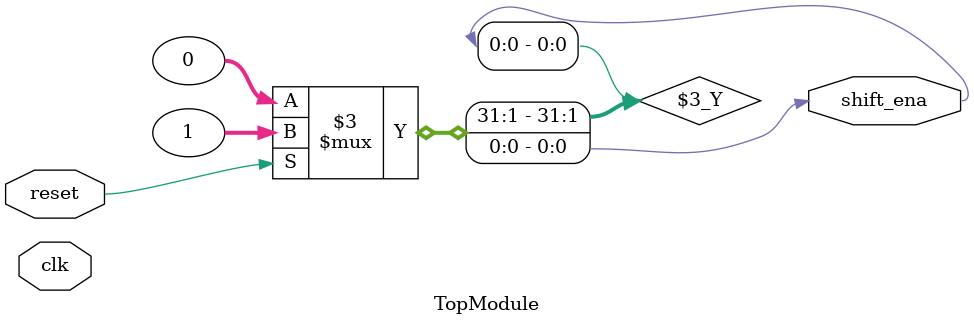
<source format=sv>

module TopModule (
  input clk,
  input reset,
  output shift_ena
);
assign shift_ena = (reset) ? 1 : ((clk == 4'b1111) && (pattern_detected));

endmodule

</source>
